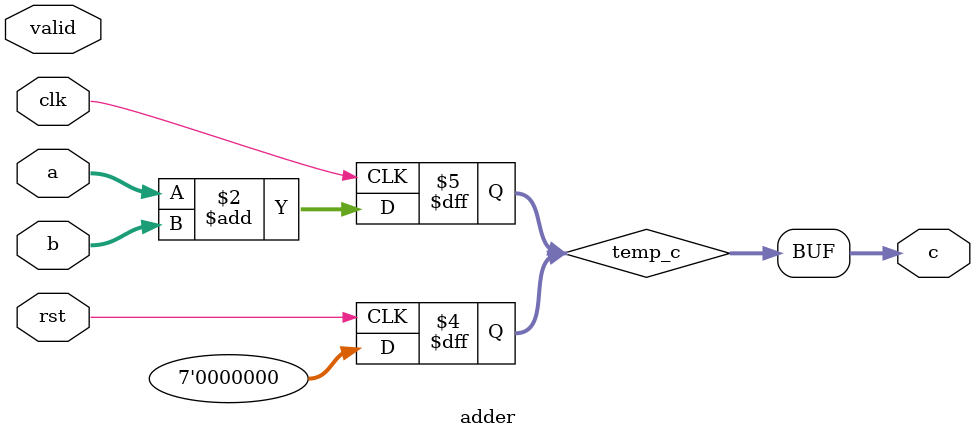
<source format=sv>
module adder(input [3:0]a, 
             input [3:0]b, 
             input clk, rst, valid, 
             output [6:0]c
            );

  reg [6:0] temp_c;			// Create Temporary Variable
  
  always @(posedge clk)		// Check Positive Edge of Clock
    begin
      temp_c <= (a+b);
    end
  
  always @(posedge rst)		// Check Positive Edge of Reset
    begin
      temp_c <= (0);
    end  
  
  assign c=temp_c;
  
endmodule

/*
	always @(posedge clk or posedge rst)
    begin
      if(rst)
        temp_c <= 0;
      else
        temp_c <= (a+b);
    end
*/

</source>
